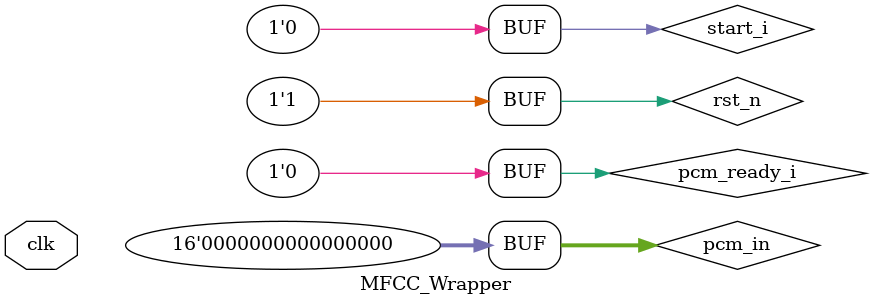
<source format=v>
module MFCC_Wrapper (
    input wire clk
);
    wire rst_n = 1'b1;   // reset amarrado em 1
    wire [15:0] pcm_in = 16'd0;
    wire pcm_ready_i = 1'b0;
    wire start_i = 1'b0;
    wire mfcc_done_o;
    wire [(13*16)-1:0] mfcc_data_o;
(* keep_hierarchy = "yes" *)
    MFCC_Core dut (
        .clk(clk),
        .rst_n(rst_n),
        .pcm_in(pcm_in),
        .pcm_ready_i(pcm_ready_i),
        .start_i(start_i),
        .mfcc_done_o(mfcc_done_o),
        .mfcc_data_o(mfcc_data_o)
    );
endmodule

</source>
